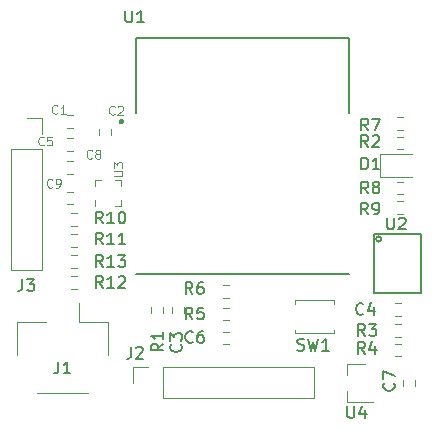
<source format=gbr>
%TF.GenerationSoftware,KiCad,Pcbnew,(6.0.4-0)*%
%TF.CreationDate,2022-04-22T16:48:50+08:00*%
%TF.ProjectId,esp32c3,65737033-3263-4332-9e6b-696361645f70,rev?*%
%TF.SameCoordinates,Original*%
%TF.FileFunction,Legend,Top*%
%TF.FilePolarity,Positive*%
%FSLAX46Y46*%
G04 Gerber Fmt 4.6, Leading zero omitted, Abs format (unit mm)*
G04 Created by KiCad (PCBNEW (6.0.4-0)) date 2022-04-22 16:48:50*
%MOMM*%
%LPD*%
G01*
G04 APERTURE LIST*
%ADD10C,0.150000*%
%ADD11C,0.099200*%
%ADD12C,0.124600*%
%ADD13C,0.120000*%
%ADD14C,0.127000*%
%ADD15C,0.400000*%
G04 APERTURE END LIST*
D10*
%TO.C,R4*%
X72858333Y-90749380D02*
X72525000Y-90273190D01*
X72286904Y-90749380D02*
X72286904Y-89749380D01*
X72667857Y-89749380D01*
X72763095Y-89797000D01*
X72810714Y-89844619D01*
X72858333Y-89939857D01*
X72858333Y-90082714D01*
X72810714Y-90177952D01*
X72763095Y-90225571D01*
X72667857Y-90273190D01*
X72286904Y-90273190D01*
X73715476Y-90082714D02*
X73715476Y-90749380D01*
X73477380Y-89701761D02*
X73239285Y-90416047D01*
X73858333Y-90416047D01*
%TO.C,U4*%
X71374095Y-95170380D02*
X71374095Y-95979904D01*
X71421714Y-96075142D01*
X71469333Y-96122761D01*
X71564571Y-96170380D01*
X71755047Y-96170380D01*
X71850285Y-96122761D01*
X71897904Y-96075142D01*
X71945523Y-95979904D01*
X71945523Y-95170380D01*
X72850285Y-95503714D02*
X72850285Y-96170380D01*
X72612190Y-95122761D02*
X72374095Y-95837047D01*
X72993142Y-95837047D01*
%TO.C,R2*%
X73135823Y-73223380D02*
X72802490Y-72747190D01*
X72564394Y-73223380D02*
X72564394Y-72223380D01*
X72945347Y-72223380D01*
X73040585Y-72271000D01*
X73088204Y-72318619D01*
X73135823Y-72413857D01*
X73135823Y-72556714D01*
X73088204Y-72651952D01*
X73040585Y-72699571D01*
X72945347Y-72747190D01*
X72564394Y-72747190D01*
X73516775Y-72318619D02*
X73564394Y-72271000D01*
X73659632Y-72223380D01*
X73897728Y-72223380D01*
X73992966Y-72271000D01*
X74040585Y-72318619D01*
X74088204Y-72413857D01*
X74088204Y-72509095D01*
X74040585Y-72651952D01*
X73469156Y-73223380D01*
X74088204Y-73223380D01*
%TO.C,R12*%
X50665142Y-85161380D02*
X50331809Y-84685190D01*
X50093714Y-85161380D02*
X50093714Y-84161380D01*
X50474666Y-84161380D01*
X50569904Y-84209000D01*
X50617523Y-84256619D01*
X50665142Y-84351857D01*
X50665142Y-84494714D01*
X50617523Y-84589952D01*
X50569904Y-84637571D01*
X50474666Y-84685190D01*
X50093714Y-84685190D01*
X51617523Y-85161380D02*
X51046095Y-85161380D01*
X51331809Y-85161380D02*
X51331809Y-84161380D01*
X51236571Y-84304238D01*
X51141333Y-84399476D01*
X51046095Y-84447095D01*
X51998476Y-84256619D02*
X52046095Y-84209000D01*
X52141333Y-84161380D01*
X52379428Y-84161380D01*
X52474666Y-84209000D01*
X52522285Y-84256619D01*
X52569904Y-84351857D01*
X52569904Y-84447095D01*
X52522285Y-84589952D01*
X51950857Y-85161380D01*
X52569904Y-85161380D01*
D11*
%TO.C,C5*%
X45655666Y-73029428D02*
X45620142Y-73064952D01*
X45513571Y-73100476D01*
X45442523Y-73100476D01*
X45335952Y-73064952D01*
X45264904Y-72993904D01*
X45229380Y-72922857D01*
X45193857Y-72780761D01*
X45193857Y-72674190D01*
X45229380Y-72532095D01*
X45264904Y-72461047D01*
X45335952Y-72390000D01*
X45442523Y-72354476D01*
X45513571Y-72354476D01*
X45620142Y-72390000D01*
X45655666Y-72425523D01*
X46330619Y-72354476D02*
X45975380Y-72354476D01*
X45939857Y-72709714D01*
X45975380Y-72674190D01*
X46046428Y-72638666D01*
X46224047Y-72638666D01*
X46295095Y-72674190D01*
X46330619Y-72709714D01*
X46366142Y-72780761D01*
X46366142Y-72958380D01*
X46330619Y-73029428D01*
X46295095Y-73064952D01*
X46224047Y-73100476D01*
X46046428Y-73100476D01*
X45975380Y-73064952D01*
X45939857Y-73029428D01*
D10*
%TO.C,R1*%
X55773580Y-89879466D02*
X55297390Y-90212800D01*
X55773580Y-90450895D02*
X54773580Y-90450895D01*
X54773580Y-90069942D01*
X54821200Y-89974704D01*
X54868819Y-89927085D01*
X54964057Y-89879466D01*
X55106914Y-89879466D01*
X55202152Y-89927085D01*
X55249771Y-89974704D01*
X55297390Y-90069942D01*
X55297390Y-90450895D01*
X55773580Y-88927085D02*
X55773580Y-89498514D01*
X55773580Y-89212800D02*
X54773580Y-89212800D01*
X54916438Y-89308038D01*
X55011676Y-89403276D01*
X55059295Y-89498514D01*
%TO.C,R8*%
X73135828Y-77160380D02*
X72802495Y-76684190D01*
X72564399Y-77160380D02*
X72564399Y-76160380D01*
X72945352Y-76160380D01*
X73040590Y-76208000D01*
X73088209Y-76255619D01*
X73135828Y-76350857D01*
X73135828Y-76493714D01*
X73088209Y-76588952D01*
X73040590Y-76636571D01*
X72945352Y-76684190D01*
X72564399Y-76684190D01*
X73707256Y-76588952D02*
X73612018Y-76541333D01*
X73564399Y-76493714D01*
X73516780Y-76398476D01*
X73516780Y-76350857D01*
X73564399Y-76255619D01*
X73612018Y-76208000D01*
X73707256Y-76160380D01*
X73897733Y-76160380D01*
X73992971Y-76208000D01*
X74040590Y-76255619D01*
X74088209Y-76350857D01*
X74088209Y-76398476D01*
X74040590Y-76493714D01*
X73992971Y-76541333D01*
X73897733Y-76588952D01*
X73707256Y-76588952D01*
X73612018Y-76636571D01*
X73564399Y-76684190D01*
X73516780Y-76779428D01*
X73516780Y-76969904D01*
X73564399Y-77065142D01*
X73612018Y-77112761D01*
X73707256Y-77160380D01*
X73897733Y-77160380D01*
X73992971Y-77112761D01*
X74040590Y-77065142D01*
X74088209Y-76969904D01*
X74088209Y-76779428D01*
X74040590Y-76684190D01*
X73992971Y-76636571D01*
X73897733Y-76588952D01*
D11*
%TO.C,C2*%
X51655666Y-70426428D02*
X51620142Y-70461952D01*
X51513571Y-70497476D01*
X51442523Y-70497476D01*
X51335952Y-70461952D01*
X51264904Y-70390904D01*
X51229380Y-70319857D01*
X51193857Y-70177761D01*
X51193857Y-70071190D01*
X51229380Y-69929095D01*
X51264904Y-69858047D01*
X51335952Y-69787000D01*
X51442523Y-69751476D01*
X51513571Y-69751476D01*
X51620142Y-69787000D01*
X51655666Y-69822523D01*
X51939857Y-69822523D02*
X51975380Y-69787000D01*
X52046428Y-69751476D01*
X52224047Y-69751476D01*
X52295095Y-69787000D01*
X52330619Y-69822523D01*
X52366142Y-69893571D01*
X52366142Y-69964619D01*
X52330619Y-70071190D01*
X51904333Y-70497476D01*
X52366142Y-70497476D01*
D10*
%TO.C,R7*%
X73135823Y-71826380D02*
X72802490Y-71350190D01*
X72564394Y-71826380D02*
X72564394Y-70826380D01*
X72945347Y-70826380D01*
X73040585Y-70874000D01*
X73088204Y-70921619D01*
X73135823Y-71016857D01*
X73135823Y-71159714D01*
X73088204Y-71254952D01*
X73040585Y-71302571D01*
X72945347Y-71350190D01*
X72564394Y-71350190D01*
X73469156Y-70826380D02*
X74135823Y-70826380D01*
X73707251Y-71826380D01*
%TO.C,D1*%
X72564394Y-75128380D02*
X72564394Y-74128380D01*
X72802490Y-74128380D01*
X72945347Y-74176000D01*
X73040585Y-74271238D01*
X73088204Y-74366476D01*
X73135823Y-74556952D01*
X73135823Y-74699809D01*
X73088204Y-74890285D01*
X73040585Y-74985523D01*
X72945347Y-75080761D01*
X72802490Y-75128380D01*
X72564394Y-75128380D01*
X74088204Y-75128380D02*
X73516775Y-75128380D01*
X73802490Y-75128380D02*
X73802490Y-74128380D01*
X73707251Y-74271238D01*
X73612013Y-74366476D01*
X73516775Y-74414095D01*
%TO.C,C4*%
X72731333Y-87352142D02*
X72683714Y-87399761D01*
X72540857Y-87447380D01*
X72445619Y-87447380D01*
X72302761Y-87399761D01*
X72207523Y-87304523D01*
X72159904Y-87209285D01*
X72112285Y-87018809D01*
X72112285Y-86875952D01*
X72159904Y-86685476D01*
X72207523Y-86590238D01*
X72302761Y-86495000D01*
X72445619Y-86447380D01*
X72540857Y-86447380D01*
X72683714Y-86495000D01*
X72731333Y-86542619D01*
X73588476Y-86780714D02*
X73588476Y-87447380D01*
X73350380Y-86399761D02*
X73112285Y-87114047D01*
X73731333Y-87114047D01*
D11*
%TO.C,C1*%
X46825666Y-70356428D02*
X46790142Y-70391952D01*
X46683571Y-70427476D01*
X46612523Y-70427476D01*
X46505952Y-70391952D01*
X46434904Y-70320904D01*
X46399380Y-70249857D01*
X46363857Y-70107761D01*
X46363857Y-70001190D01*
X46399380Y-69859095D01*
X46434904Y-69788047D01*
X46505952Y-69717000D01*
X46612523Y-69681476D01*
X46683571Y-69681476D01*
X46790142Y-69717000D01*
X46825666Y-69752523D01*
X47536142Y-70427476D02*
X47109857Y-70427476D01*
X47323000Y-70427476D02*
X47323000Y-69681476D01*
X47251952Y-69788047D01*
X47180904Y-69859095D01*
X47109857Y-69894619D01*
D10*
%TO.C,R11*%
X50665142Y-81478380D02*
X50331809Y-81002190D01*
X50093714Y-81478380D02*
X50093714Y-80478380D01*
X50474666Y-80478380D01*
X50569904Y-80526000D01*
X50617523Y-80573619D01*
X50665142Y-80668857D01*
X50665142Y-80811714D01*
X50617523Y-80906952D01*
X50569904Y-80954571D01*
X50474666Y-81002190D01*
X50093714Y-81002190D01*
X51617523Y-81478380D02*
X51046095Y-81478380D01*
X51331809Y-81478380D02*
X51331809Y-80478380D01*
X51236571Y-80621238D01*
X51141333Y-80716476D01*
X51046095Y-80764095D01*
X52569904Y-81478380D02*
X51998476Y-81478380D01*
X52284190Y-81478380D02*
X52284190Y-80478380D01*
X52188952Y-80621238D01*
X52093714Y-80716476D01*
X51998476Y-80764095D01*
%TO.C,R3*%
X72858333Y-89225380D02*
X72525000Y-88749190D01*
X72286904Y-89225380D02*
X72286904Y-88225380D01*
X72667857Y-88225380D01*
X72763095Y-88273000D01*
X72810714Y-88320619D01*
X72858333Y-88415857D01*
X72858333Y-88558714D01*
X72810714Y-88653952D01*
X72763095Y-88701571D01*
X72667857Y-88749190D01*
X72286904Y-88749190D01*
X73191666Y-88225380D02*
X73810714Y-88225380D01*
X73477380Y-88606333D01*
X73620238Y-88606333D01*
X73715476Y-88653952D01*
X73763095Y-88701571D01*
X73810714Y-88796809D01*
X73810714Y-89034904D01*
X73763095Y-89130142D01*
X73715476Y-89177761D01*
X73620238Y-89225380D01*
X73334523Y-89225380D01*
X73239285Y-89177761D01*
X73191666Y-89130142D01*
%TO.C,R5*%
X58253333Y-87828380D02*
X57920000Y-87352190D01*
X57681904Y-87828380D02*
X57681904Y-86828380D01*
X58062857Y-86828380D01*
X58158095Y-86876000D01*
X58205714Y-86923619D01*
X58253333Y-87018857D01*
X58253333Y-87161714D01*
X58205714Y-87256952D01*
X58158095Y-87304571D01*
X58062857Y-87352190D01*
X57681904Y-87352190D01*
X59158095Y-86828380D02*
X58681904Y-86828380D01*
X58634285Y-87304571D01*
X58681904Y-87256952D01*
X58777142Y-87209333D01*
X59015238Y-87209333D01*
X59110476Y-87256952D01*
X59158095Y-87304571D01*
X59205714Y-87399809D01*
X59205714Y-87637904D01*
X59158095Y-87733142D01*
X59110476Y-87780761D01*
X59015238Y-87828380D01*
X58777142Y-87828380D01*
X58681904Y-87780761D01*
X58634285Y-87733142D01*
%TO.C,U1*%
X52578095Y-61682380D02*
X52578095Y-62491904D01*
X52625714Y-62587142D01*
X52673333Y-62634761D01*
X52768571Y-62682380D01*
X52959047Y-62682380D01*
X53054285Y-62634761D01*
X53101904Y-62587142D01*
X53149523Y-62491904D01*
X53149523Y-61682380D01*
X54149523Y-62682380D02*
X53578095Y-62682380D01*
X53863809Y-62682380D02*
X53863809Y-61682380D01*
X53768571Y-61825238D01*
X53673333Y-61920476D01*
X53578095Y-61968095D01*
D12*
%TO.C,U3*%
X51571473Y-75695376D02*
X52175377Y-75695376D01*
X52246425Y-75659853D01*
X52281949Y-75624329D01*
X52317473Y-75553281D01*
X52317473Y-75411186D01*
X52281949Y-75340138D01*
X52246425Y-75304615D01*
X52175377Y-75269091D01*
X51571473Y-75269091D01*
X51571473Y-74984900D02*
X51571473Y-74523091D01*
X51855663Y-74771757D01*
X51855663Y-74665186D01*
X51891187Y-74594138D01*
X51926711Y-74558615D01*
X51997758Y-74523091D01*
X52175377Y-74523091D01*
X52246425Y-74558615D01*
X52281949Y-74594138D01*
X52317473Y-74665186D01*
X52317473Y-74878329D01*
X52281949Y-74949376D01*
X52246425Y-74984900D01*
D10*
%TO.C,C7*%
X75287142Y-93234166D02*
X75334761Y-93281785D01*
X75382380Y-93424642D01*
X75382380Y-93519880D01*
X75334761Y-93662738D01*
X75239523Y-93757976D01*
X75144285Y-93805595D01*
X74953809Y-93853214D01*
X74810952Y-93853214D01*
X74620476Y-93805595D01*
X74525238Y-93757976D01*
X74430000Y-93662738D01*
X74382380Y-93519880D01*
X74382380Y-93424642D01*
X74430000Y-93281785D01*
X74477619Y-93234166D01*
X74382380Y-92900833D02*
X74382380Y-92234166D01*
X75382380Y-92662738D01*
%TO.C,R10*%
X50665142Y-79700380D02*
X50331809Y-79224190D01*
X50093714Y-79700380D02*
X50093714Y-78700380D01*
X50474666Y-78700380D01*
X50569904Y-78748000D01*
X50617523Y-78795619D01*
X50665142Y-78890857D01*
X50665142Y-79033714D01*
X50617523Y-79128952D01*
X50569904Y-79176571D01*
X50474666Y-79224190D01*
X50093714Y-79224190D01*
X51617523Y-79700380D02*
X51046095Y-79700380D01*
X51331809Y-79700380D02*
X51331809Y-78700380D01*
X51236571Y-78843238D01*
X51141333Y-78938476D01*
X51046095Y-78986095D01*
X52236571Y-78700380D02*
X52331809Y-78700380D01*
X52427047Y-78748000D01*
X52474666Y-78795619D01*
X52522285Y-78890857D01*
X52569904Y-79081333D01*
X52569904Y-79319428D01*
X52522285Y-79509904D01*
X52474666Y-79605142D01*
X52427047Y-79652761D01*
X52331809Y-79700380D01*
X52236571Y-79700380D01*
X52141333Y-79652761D01*
X52093714Y-79605142D01*
X52046095Y-79509904D01*
X51998476Y-79319428D01*
X51998476Y-79081333D01*
X52046095Y-78890857D01*
X52093714Y-78795619D01*
X52141333Y-78748000D01*
X52236571Y-78700380D01*
D11*
%TO.C,C8*%
X49745666Y-74152428D02*
X49710142Y-74187952D01*
X49603571Y-74223476D01*
X49532523Y-74223476D01*
X49425952Y-74187952D01*
X49354904Y-74116904D01*
X49319380Y-74045857D01*
X49283857Y-73903761D01*
X49283857Y-73797190D01*
X49319380Y-73655095D01*
X49354904Y-73584047D01*
X49425952Y-73513000D01*
X49532523Y-73477476D01*
X49603571Y-73477476D01*
X49710142Y-73513000D01*
X49745666Y-73548523D01*
X50171952Y-73797190D02*
X50100904Y-73761666D01*
X50065380Y-73726142D01*
X50029857Y-73655095D01*
X50029857Y-73619571D01*
X50065380Y-73548523D01*
X50100904Y-73513000D01*
X50171952Y-73477476D01*
X50314047Y-73477476D01*
X50385095Y-73513000D01*
X50420619Y-73548523D01*
X50456142Y-73619571D01*
X50456142Y-73655095D01*
X50420619Y-73726142D01*
X50385095Y-73761666D01*
X50314047Y-73797190D01*
X50171952Y-73797190D01*
X50100904Y-73832714D01*
X50065380Y-73868238D01*
X50029857Y-73939285D01*
X50029857Y-74081380D01*
X50065380Y-74152428D01*
X50100904Y-74187952D01*
X50171952Y-74223476D01*
X50314047Y-74223476D01*
X50385095Y-74187952D01*
X50420619Y-74152428D01*
X50456142Y-74081380D01*
X50456142Y-73939285D01*
X50420619Y-73868238D01*
X50385095Y-73832714D01*
X50314047Y-73797190D01*
D10*
%TO.C,R9*%
X73112328Y-78938380D02*
X72778995Y-78462190D01*
X72540899Y-78938380D02*
X72540899Y-77938380D01*
X72921852Y-77938380D01*
X73017090Y-77986000D01*
X73064709Y-78033619D01*
X73112328Y-78128857D01*
X73112328Y-78271714D01*
X73064709Y-78366952D01*
X73017090Y-78414571D01*
X72921852Y-78462190D01*
X72540899Y-78462190D01*
X73588518Y-78938380D02*
X73778995Y-78938380D01*
X73874233Y-78890761D01*
X73921852Y-78843142D01*
X74017090Y-78700285D01*
X74064709Y-78509809D01*
X74064709Y-78128857D01*
X74017090Y-78033619D01*
X73969471Y-77986000D01*
X73874233Y-77938380D01*
X73683756Y-77938380D01*
X73588518Y-77986000D01*
X73540899Y-78033619D01*
X73493280Y-78128857D01*
X73493280Y-78366952D01*
X73540899Y-78462190D01*
X73588518Y-78509809D01*
X73683756Y-78557428D01*
X73874233Y-78557428D01*
X73969471Y-78509809D01*
X74017090Y-78462190D01*
X74064709Y-78366952D01*
%TO.C,C6*%
X58278733Y-89714342D02*
X58231114Y-89761961D01*
X58088257Y-89809580D01*
X57993019Y-89809580D01*
X57850161Y-89761961D01*
X57754923Y-89666723D01*
X57707304Y-89571485D01*
X57659685Y-89381009D01*
X57659685Y-89238152D01*
X57707304Y-89047676D01*
X57754923Y-88952438D01*
X57850161Y-88857200D01*
X57993019Y-88809580D01*
X58088257Y-88809580D01*
X58231114Y-88857200D01*
X58278733Y-88904819D01*
X59135876Y-88809580D02*
X58945400Y-88809580D01*
X58850161Y-88857200D01*
X58802542Y-88904819D01*
X58707304Y-89047676D01*
X58659685Y-89238152D01*
X58659685Y-89619104D01*
X58707304Y-89714342D01*
X58754923Y-89761961D01*
X58850161Y-89809580D01*
X59040638Y-89809580D01*
X59135876Y-89761961D01*
X59183495Y-89714342D01*
X59231114Y-89619104D01*
X59231114Y-89381009D01*
X59183495Y-89285771D01*
X59135876Y-89238152D01*
X59040638Y-89190533D01*
X58850161Y-89190533D01*
X58754923Y-89238152D01*
X58707304Y-89285771D01*
X58659685Y-89381009D01*
%TO.C,J3*%
X43862666Y-84415380D02*
X43862666Y-85129666D01*
X43815047Y-85272523D01*
X43719809Y-85367761D01*
X43576952Y-85415380D01*
X43481714Y-85415380D01*
X44243619Y-84415380D02*
X44862666Y-84415380D01*
X44529333Y-84796333D01*
X44672190Y-84796333D01*
X44767428Y-84843952D01*
X44815047Y-84891571D01*
X44862666Y-84986809D01*
X44862666Y-85224904D01*
X44815047Y-85320142D01*
X44767428Y-85367761D01*
X44672190Y-85415380D01*
X44386476Y-85415380D01*
X44291238Y-85367761D01*
X44243619Y-85320142D01*
%TO.C,C3*%
X57253142Y-89955666D02*
X57300761Y-90003285D01*
X57348380Y-90146142D01*
X57348380Y-90241380D01*
X57300761Y-90384238D01*
X57205523Y-90479476D01*
X57110285Y-90527095D01*
X56919809Y-90574714D01*
X56776952Y-90574714D01*
X56586476Y-90527095D01*
X56491238Y-90479476D01*
X56396000Y-90384238D01*
X56348380Y-90241380D01*
X56348380Y-90146142D01*
X56396000Y-90003285D01*
X56443619Y-89955666D01*
X56348380Y-89622333D02*
X56348380Y-89003285D01*
X56729333Y-89336619D01*
X56729333Y-89193761D01*
X56776952Y-89098523D01*
X56824571Y-89050904D01*
X56919809Y-89003285D01*
X57157904Y-89003285D01*
X57253142Y-89050904D01*
X57300761Y-89098523D01*
X57348380Y-89193761D01*
X57348380Y-89479476D01*
X57300761Y-89574714D01*
X57253142Y-89622333D01*
%TO.C,R6*%
X58253333Y-85669380D02*
X57920000Y-85193190D01*
X57681904Y-85669380D02*
X57681904Y-84669380D01*
X58062857Y-84669380D01*
X58158095Y-84717000D01*
X58205714Y-84764619D01*
X58253333Y-84859857D01*
X58253333Y-85002714D01*
X58205714Y-85097952D01*
X58158095Y-85145571D01*
X58062857Y-85193190D01*
X57681904Y-85193190D01*
X59110476Y-84669380D02*
X58920000Y-84669380D01*
X58824761Y-84717000D01*
X58777142Y-84764619D01*
X58681904Y-84907476D01*
X58634285Y-85097952D01*
X58634285Y-85478904D01*
X58681904Y-85574142D01*
X58729523Y-85621761D01*
X58824761Y-85669380D01*
X59015238Y-85669380D01*
X59110476Y-85621761D01*
X59158095Y-85574142D01*
X59205714Y-85478904D01*
X59205714Y-85240809D01*
X59158095Y-85145571D01*
X59110476Y-85097952D01*
X59015238Y-85050333D01*
X58824761Y-85050333D01*
X58729523Y-85097952D01*
X58681904Y-85145571D01*
X58634285Y-85240809D01*
%TO.C,J2*%
X53057466Y-90155780D02*
X53057466Y-90870066D01*
X53009847Y-91012923D01*
X52914609Y-91108161D01*
X52771752Y-91155780D01*
X52676514Y-91155780D01*
X53486038Y-90251019D02*
X53533657Y-90203400D01*
X53628895Y-90155780D01*
X53866990Y-90155780D01*
X53962228Y-90203400D01*
X54009847Y-90251019D01*
X54057466Y-90346257D01*
X54057466Y-90441495D01*
X54009847Y-90584352D01*
X53438419Y-91155780D01*
X54057466Y-91155780D01*
D11*
%TO.C,C9*%
X46382171Y-76596428D02*
X46346647Y-76631952D01*
X46240076Y-76667476D01*
X46169028Y-76667476D01*
X46062457Y-76631952D01*
X45991409Y-76560904D01*
X45955885Y-76489857D01*
X45920362Y-76347761D01*
X45920362Y-76241190D01*
X45955885Y-76099095D01*
X45991409Y-76028047D01*
X46062457Y-75957000D01*
X46169028Y-75921476D01*
X46240076Y-75921476D01*
X46346647Y-75957000D01*
X46382171Y-75992523D01*
X46737409Y-76667476D02*
X46879505Y-76667476D01*
X46950552Y-76631952D01*
X46986076Y-76596428D01*
X47057124Y-76489857D01*
X47092647Y-76347761D01*
X47092647Y-76063571D01*
X47057124Y-75992523D01*
X47021600Y-75957000D01*
X46950552Y-75921476D01*
X46808457Y-75921476D01*
X46737409Y-75957000D01*
X46701885Y-75992523D01*
X46666362Y-76063571D01*
X46666362Y-76241190D01*
X46701885Y-76312238D01*
X46737409Y-76347761D01*
X46808457Y-76383285D01*
X46950552Y-76383285D01*
X47021600Y-76347761D01*
X47057124Y-76312238D01*
X47092647Y-76241190D01*
D10*
%TO.C,J1*%
X46910666Y-91400380D02*
X46910666Y-92114666D01*
X46863047Y-92257523D01*
X46767809Y-92352761D01*
X46624952Y-92400380D01*
X46529714Y-92400380D01*
X47910666Y-92400380D02*
X47339238Y-92400380D01*
X47624952Y-92400380D02*
X47624952Y-91400380D01*
X47529714Y-91543238D01*
X47434476Y-91638476D01*
X47339238Y-91686095D01*
%TO.C,R13*%
X50665142Y-83383380D02*
X50331809Y-82907190D01*
X50093714Y-83383380D02*
X50093714Y-82383380D01*
X50474666Y-82383380D01*
X50569904Y-82431000D01*
X50617523Y-82478619D01*
X50665142Y-82573857D01*
X50665142Y-82716714D01*
X50617523Y-82811952D01*
X50569904Y-82859571D01*
X50474666Y-82907190D01*
X50093714Y-82907190D01*
X51617523Y-83383380D02*
X51046095Y-83383380D01*
X51331809Y-83383380D02*
X51331809Y-82383380D01*
X51236571Y-82526238D01*
X51141333Y-82621476D01*
X51046095Y-82669095D01*
X51950857Y-82383380D02*
X52569904Y-82383380D01*
X52236571Y-82764333D01*
X52379428Y-82764333D01*
X52474666Y-82811952D01*
X52522285Y-82859571D01*
X52569904Y-82954809D01*
X52569904Y-83192904D01*
X52522285Y-83288142D01*
X52474666Y-83335761D01*
X52379428Y-83383380D01*
X52093714Y-83383380D01*
X51998476Y-83335761D01*
X51950857Y-83288142D01*
%TO.C,U2*%
X74723085Y-79208380D02*
X74723085Y-80017904D01*
X74770704Y-80113142D01*
X74818323Y-80160761D01*
X74913561Y-80208380D01*
X75104037Y-80208380D01*
X75199275Y-80160761D01*
X75246894Y-80113142D01*
X75294513Y-80017904D01*
X75294513Y-79208380D01*
X75723085Y-79303619D02*
X75770704Y-79256000D01*
X75865942Y-79208380D01*
X76104037Y-79208380D01*
X76199275Y-79256000D01*
X76246894Y-79303619D01*
X76294513Y-79398857D01*
X76294513Y-79494095D01*
X76246894Y-79636952D01*
X75675466Y-80208380D01*
X76294513Y-80208380D01*
%TO.C,SW1*%
X67145066Y-90422361D02*
X67287923Y-90469980D01*
X67526019Y-90469980D01*
X67621257Y-90422361D01*
X67668876Y-90374742D01*
X67716495Y-90279504D01*
X67716495Y-90184266D01*
X67668876Y-90089028D01*
X67621257Y-90041409D01*
X67526019Y-89993790D01*
X67335542Y-89946171D01*
X67240304Y-89898552D01*
X67192685Y-89850933D01*
X67145066Y-89755695D01*
X67145066Y-89660457D01*
X67192685Y-89565219D01*
X67240304Y-89517600D01*
X67335542Y-89469980D01*
X67573638Y-89469980D01*
X67716495Y-89517600D01*
X68049828Y-89469980D02*
X68287923Y-90469980D01*
X68478400Y-89755695D01*
X68668876Y-90469980D01*
X68906971Y-89469980D01*
X69811733Y-90469980D02*
X69240304Y-90469980D01*
X69526019Y-90469980D02*
X69526019Y-89469980D01*
X69430780Y-89612838D01*
X69335542Y-89708076D01*
X69240304Y-89755695D01*
D13*
%TO.C,R4*%
X75946724Y-89901500D02*
X75437276Y-89901500D01*
X75946724Y-90946500D02*
X75437276Y-90946500D01*
%TO.C,U4*%
X71376000Y-91638000D02*
X71376000Y-92568000D01*
X71376000Y-94798000D02*
X71376000Y-93868000D01*
X71376000Y-94798000D02*
X73536000Y-94798000D01*
X71376000Y-91638000D02*
X72836000Y-91638000D01*
%TO.C,R2*%
X75587766Y-72375500D02*
X76097214Y-72375500D01*
X75587766Y-73420500D02*
X76097214Y-73420500D01*
%TO.C,R12*%
X48514724Y-84186500D02*
X48005276Y-84186500D01*
X48514724Y-85231500D02*
X48005276Y-85231500D01*
%TO.C,C5*%
X48133724Y-73547500D02*
X47624276Y-73547500D01*
X48133724Y-72502500D02*
X47624276Y-72502500D01*
%TO.C,R1*%
X55767500Y-87273224D02*
X55767500Y-86763776D01*
X54722500Y-87273224D02*
X54722500Y-86763776D01*
%TO.C,R8*%
X75587771Y-76185500D02*
X76097219Y-76185500D01*
X75587771Y-77230500D02*
X76097219Y-77230500D01*
%TO.C,C2*%
X50337500Y-72234724D02*
X50337500Y-71725276D01*
X51382500Y-72234724D02*
X51382500Y-71725276D01*
%TO.C,R7*%
X75587766Y-70724500D02*
X76097214Y-70724500D01*
X75587766Y-71769500D02*
X76097214Y-71769500D01*
%TO.C,D1*%
X74157490Y-73843000D02*
X74157490Y-75763000D01*
X76842490Y-73843000D02*
X74157490Y-73843000D01*
X74157490Y-75763000D02*
X76842490Y-75763000D01*
%TO.C,C4*%
X75437276Y-87517500D02*
X75946724Y-87517500D01*
X75437276Y-86472500D02*
X75946724Y-86472500D01*
%TO.C,C1*%
X48133724Y-71592487D02*
X47624276Y-71592487D01*
X48133724Y-70547487D02*
X47624276Y-70547487D01*
%TO.C,R11*%
X48514724Y-81675500D02*
X48005276Y-81675500D01*
X48514724Y-80630500D02*
X48005276Y-80630500D01*
%TO.C,R3*%
X75946724Y-88250500D02*
X75437276Y-88250500D01*
X75946724Y-89295500D02*
X75437276Y-89295500D01*
%TO.C,R5*%
X60832276Y-86853500D02*
X61341724Y-86853500D01*
X60832276Y-87898500D02*
X61341724Y-87898500D01*
D14*
%TO.C,U1*%
X71500000Y-63970000D02*
X71500000Y-70330000D01*
X53500000Y-83970000D02*
X71500000Y-83970000D01*
X53500000Y-63970000D02*
X53500000Y-70330000D01*
X53500000Y-63970000D02*
X71500000Y-63970000D01*
D15*
X52250000Y-71070000D02*
G75*
G03*
X52250000Y-71070000I-50000J0D01*
G01*
D13*
%TO.C,U3*%
X52229997Y-78256996D02*
X51729997Y-78256996D01*
X50529997Y-76056996D02*
X50529997Y-76056996D01*
X52229997Y-76056996D02*
X52229997Y-76556996D01*
X50029997Y-78256996D02*
X50029997Y-78256996D01*
X51729997Y-76056996D02*
X52229997Y-76056996D01*
X50029997Y-76056996D02*
X50529997Y-76056996D01*
X50029997Y-77756996D02*
X50029997Y-78256996D01*
X50029997Y-76556996D02*
X50029997Y-76056996D01*
X51729997Y-78256996D02*
X51729997Y-78256996D01*
X52229997Y-76556996D02*
X52229997Y-76556996D01*
X52229997Y-77756996D02*
X52229997Y-78256996D01*
%TO.C,C7*%
X77103500Y-92963276D02*
X77103500Y-93472724D01*
X76058500Y-92963276D02*
X76058500Y-93472724D01*
%TO.C,R10*%
X48514724Y-79897500D02*
X48005276Y-79897500D01*
X48514724Y-78852500D02*
X48005276Y-78852500D01*
%TO.C,C8*%
X48133724Y-75503300D02*
X47624276Y-75503300D01*
X48133724Y-74458300D02*
X47624276Y-74458300D01*
%TO.C,R9*%
X75587771Y-77836500D02*
X76097219Y-77836500D01*
X75587771Y-78881500D02*
X76097219Y-78881500D01*
%TO.C,C6*%
X61365224Y-89930500D02*
X60855776Y-89930500D01*
X61365224Y-88885500D02*
X60855776Y-88885500D01*
%TO.C,J3*%
X42891000Y-73406000D02*
X45551000Y-73406000D01*
X45551000Y-70806000D02*
X45551000Y-72136000D01*
X45551000Y-73406000D02*
X45551000Y-83626000D01*
X42891000Y-73406000D02*
X42891000Y-83626000D01*
X44221000Y-70806000D02*
X45551000Y-70806000D01*
X42891000Y-83626000D02*
X45551000Y-83626000D01*
%TO.C,C3*%
X56500500Y-86763776D02*
X56500500Y-87273224D01*
X57545500Y-86763776D02*
X57545500Y-87273224D01*
%TO.C,R6*%
X61341724Y-85993500D02*
X60832276Y-85993500D01*
X61341724Y-84948500D02*
X60832276Y-84948500D01*
%TO.C,J2*%
X53178000Y-91863000D02*
X54508000Y-91863000D01*
X55778000Y-91863000D02*
X68538000Y-91863000D01*
X53178000Y-93193000D02*
X53178000Y-91863000D01*
X55778000Y-94523000D02*
X68538000Y-94523000D01*
X68538000Y-94523000D02*
X68538000Y-91863000D01*
X55778000Y-94523000D02*
X55778000Y-91863000D01*
%TO.C,C9*%
X48133724Y-77049100D02*
X47624276Y-77049100D01*
X48133724Y-78094100D02*
X47624276Y-78094100D01*
%TO.C,J1*%
X49434000Y-94084000D02*
X45054000Y-94084000D01*
X51104000Y-88064000D02*
X48654000Y-88064000D01*
X48654000Y-88064000D02*
X48654000Y-86474000D01*
X43384000Y-88064000D02*
X45834000Y-88064000D01*
X51104000Y-90814000D02*
X51104000Y-88064000D01*
X43384000Y-90814000D02*
X43384000Y-88064000D01*
%TO.C,R13*%
X48514724Y-82408500D02*
X48005276Y-82408500D01*
X48514724Y-83453500D02*
X48005276Y-83453500D01*
D10*
%TO.C,U2*%
X73616000Y-85618000D02*
X73616000Y-80618000D01*
X73616000Y-80618000D02*
X77616000Y-80618000D01*
X77616000Y-80618000D02*
X77616000Y-85618000D01*
X77616000Y-85618000D02*
X73616000Y-85618000D01*
X74239607Y-81018000D02*
G75*
G03*
X74239607Y-81018000I-223607J0D01*
G01*
D13*
%TO.C,SW1*%
X70255400Y-89004600D02*
X70255400Y-88704600D01*
X66955400Y-86504600D02*
X66955400Y-86204600D01*
X66955400Y-89004600D02*
X70255400Y-89004600D01*
X66955400Y-88704600D02*
X66955400Y-89004600D01*
X66955400Y-86204600D02*
X70255400Y-86204600D01*
X70255400Y-86204600D02*
X70255400Y-86504600D01*
%TD*%
M02*

</source>
